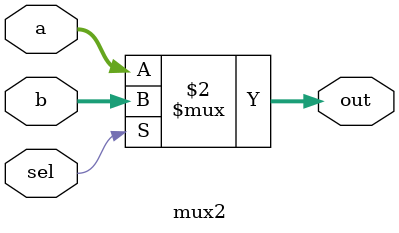
<source format=v>
`timescale 1ns / 1ps


module mux2 #(parameter WIDTH=8) (
	input [WIDTH-1: 0] a,
	input [WIDTH-1:0] b,
	input sel,
	output [WIDTH-1:0] out
    );
	assign out = (sel==0? a:b);
endmodule

</source>
